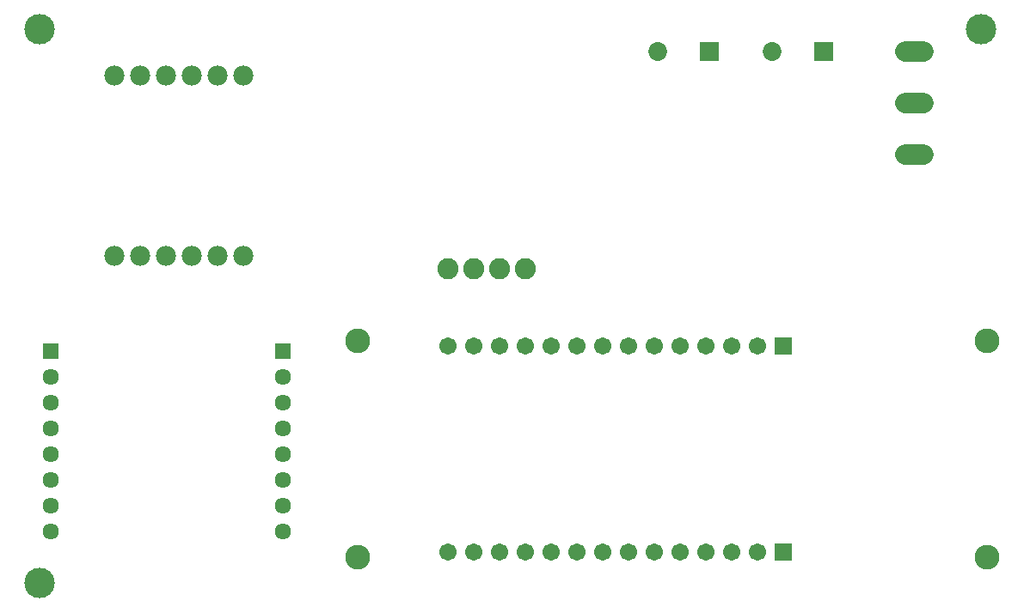
<source format=gbr>
G04 EAGLE Gerber RS-274X export*
G75*
%MOMM*%
%FSLAX34Y34*%
%LPD*%
%INSoldermask Top*%
%IPPOS*%
%AMOC8*
5,1,8,0,0,1.08239X$1,22.5*%
G01*
%ADD10C,2.082800*%
%ADD11C,1.981200*%
%ADD12C,2.453200*%
%ADD13R,1.711200X1.711200*%
%ADD14C,1.711200*%
%ADD15R,1.611200X1.611200*%
%ADD16C,1.611200*%
%ADD17R,1.853200X1.853200*%
%ADD18C,1.853200*%
%ADD19C,1.993900*%
%ADD20C,3.003200*%


D10*
X668540Y417960D03*
X693940Y417960D03*
X719340Y417960D03*
X744740Y417960D03*
D11*
X340090Y608460D03*
X365490Y608460D03*
X390890Y608460D03*
X416290Y608460D03*
X441690Y608460D03*
X467090Y608460D03*
X340090Y430660D03*
X365490Y430660D03*
X390890Y430660D03*
X416290Y430660D03*
X441690Y430660D03*
X467090Y430660D03*
D12*
X1199740Y346860D03*
X1199740Y133460D03*
X579940Y133460D03*
X579940Y346860D03*
D13*
X999314Y341506D03*
D14*
X973914Y341506D03*
X948514Y341506D03*
X923114Y341506D03*
X897714Y341506D03*
X872314Y341506D03*
X846914Y341506D03*
X821514Y341506D03*
X796114Y341506D03*
X770714Y341506D03*
X745314Y341506D03*
X719914Y341506D03*
X694514Y341506D03*
X669114Y341506D03*
D13*
X999314Y138814D03*
D14*
X973914Y138814D03*
X948514Y138814D03*
X923114Y138814D03*
X897714Y138814D03*
X872314Y138814D03*
X846914Y138814D03*
X821514Y138814D03*
X796114Y138814D03*
X770714Y138814D03*
X745314Y138814D03*
X719914Y138814D03*
X694514Y138814D03*
X669114Y138814D03*
D15*
X277540Y336680D03*
D16*
X277540Y311280D03*
X277540Y285880D03*
X277540Y260480D03*
X277540Y235080D03*
X277540Y209680D03*
X277540Y184280D03*
X277540Y158880D03*
D15*
X506140Y336680D03*
D16*
X506140Y311280D03*
X506140Y285880D03*
X506140Y260480D03*
X506140Y235080D03*
X506140Y209680D03*
X506140Y184280D03*
X506140Y158880D03*
D17*
X925830Y632460D03*
D18*
X875030Y632460D03*
D19*
X1118807Y530860D02*
X1136714Y530860D01*
X1136714Y581660D02*
X1118807Y581660D01*
X1118807Y632460D02*
X1136714Y632460D01*
D17*
X1038860Y632460D03*
D18*
X988060Y632460D03*
D20*
X266700Y654050D03*
X1193800Y654050D03*
X266700Y107950D03*
M02*

</source>
